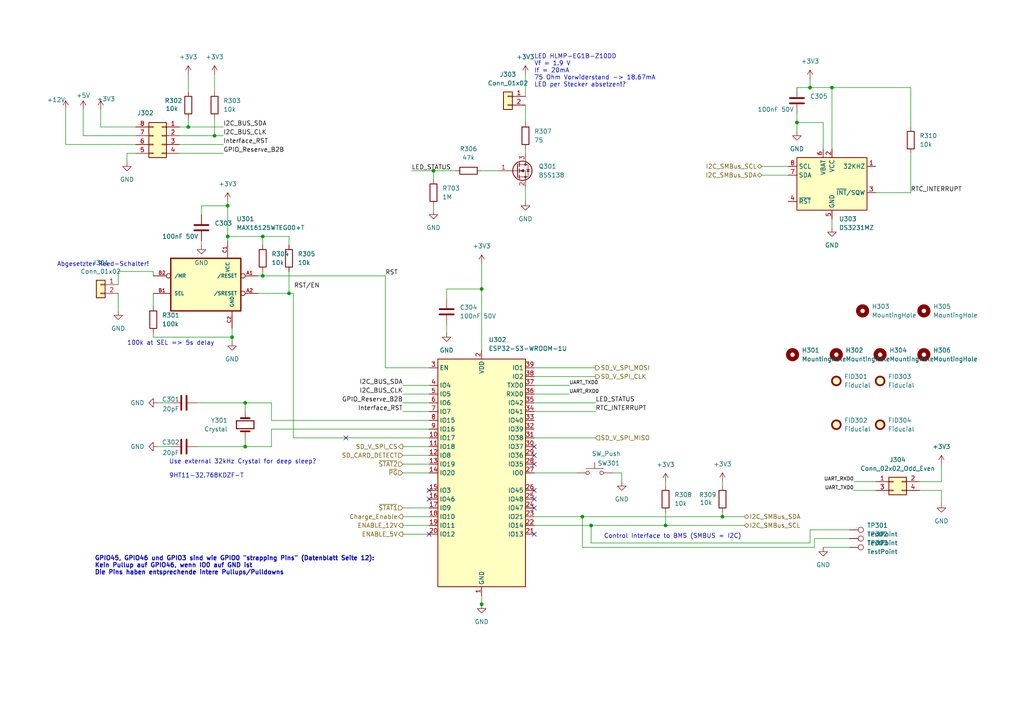
<source format=kicad_sch>
(kicad_sch (version 20250114) (generator "eeschema") (generator_version "9.0")
  (paper "A4")
  (title_block (date "2022-01-24"))
  (lib_symbols
    (symbol "Connector:TestPoint" (pin_numbers (hide yes)) (pin_names (offset 0.762) (hide yes))
      (property "Reference" "TP" (at 0 6.858 0))
      (property "Value" "TestPoint" (at 0 5.08 0))
      (symbol "TestPoint_0_1"
        (circle (center 0 3.302) (radius 0.762))
      )
      (symbol "TestPoint_1_1"
        (pin passive line (at 0 0 90) (length 2.54) (name "1") (number "1"))
      )
    )
    (symbol "Connector_Generic:Conn_01x02" (pin_names (offset 1.016) (hide yes))
      (property "Reference" "J" (at 0 2.54 0))
      (property "Value" "Conn_01x02" (at 0 -5.08 0))
      (symbol "Conn_01x02_1_1"
        (rectangle (start -1.27 1.27) (end 1.27 -3.81) (stroke (width 0.254)) (fill (type background)))
        (rectangle (start -1.27 0.127) (end 0 -0.127) (stroke (width 0.1524)))
        (rectangle (start -1.27 -2.413) (end 0 -2.667) (stroke (width 0.1524)))
        (pin passive line (at -5.08 0 0) (length 3.81) (name "Pin_1") (number "1"))
        (pin passive line (at -5.08 -2.54 0) (length 3.81) (name "Pin_2") (number "2"))
      )
    )
    (symbol "Connector_Generic:Conn_02x02_Odd_Even" (pin_names (offset 1.016) (hide yes))
      (property "Reference" "J" (at 1.27 2.54 0))
      (property "Value" "Conn_02x02_Odd_Even" (at 1.27 -5.08 0))
      (symbol "Conn_02x02_Odd_Even_1_1"
        (rectangle (start -1.27 1.27) (end 3.81 -3.81) (stroke (width 0.254)) (fill (type background)))
        (rectangle (start -1.27 0.127) (end 0 -0.127) (stroke (width 0.1524)))
        (rectangle (start -1.27 -2.413) (end 0 -2.667) (stroke (width 0.1524)))
        (rectangle (start 3.81 0.127) (end 2.54 -0.127) (stroke (width 0.1524)))
        (rectangle (start 3.81 -2.413) (end 2.54 -2.667) (stroke (width 0.1524)))
        (pin passive line (at -5.08 0 0) (length 3.81) (name "Pin_1") (number "1"))
        (pin passive line (at -5.08 -2.54 0) (length 3.81) (name "Pin_3") (number "3"))
        (pin passive line (at 7.62 0 180) (length 3.81) (name "Pin_2") (number "2"))
        (pin passive line (at 7.62 -2.54 180) (length 3.81) (name "Pin_4") (number "4"))
      )
    )
    (symbol "Connector_Generic:Conn_02x04_Counter_Clockwise" (pin_names (offset 1.016) (hide yes))
      (property "Reference" "J" (at 1.27 5.08 0))
      (property "Value" "Conn_02x04_Counter_Clockwise" (at 1.27 -7.62 0))
      (symbol "Conn_02x04_Counter_Clockwise_1_1"
        (rectangle (start -1.27 3.81) (end 3.81 -6.35) (stroke (width 0.254)) (fill (type background)))
        (rectangle (start -1.27 2.667) (end 0 2.413) (stroke (width 0.1524)))
        (rectangle (start -1.27 0.127) (end 0 -0.127) (stroke (width 0.1524)))
        (rectangle (start -1.27 -2.413) (end 0 -2.667) (stroke (width 0.1524)))
        (rectangle (start -1.27 -4.953) (end 0 -5.207) (stroke (width 0.1524)))
        (rectangle (start 3.81 2.667) (end 2.54 2.413) (stroke (width 0.1524)))
        (rectangle (start 3.81 0.127) (end 2.54 -0.127) (stroke (width 0.1524)))
        (rectangle (start 3.81 -2.413) (end 2.54 -2.667) (stroke (width 0.1524)))
        (rectangle (start 3.81 -4.953) (end 2.54 -5.207) (stroke (width 0.1524)))
        (pin passive line (at -5.08 2.54 0) (length 3.81) (name "Pin_1") (number "1"))
        (pin passive line (at -5.08 0 0) (length 3.81) (name "Pin_2") (number "2"))
        (pin passive line (at -5.08 -2.54 0) (length 3.81) (name "Pin_3") (number "3"))
        (pin passive line (at -5.08 -5.08 0) (length 3.81) (name "Pin_4") (number "4"))
        (pin passive line (at 7.62 2.54 180) (length 3.81) (name "Pin_8") (number "8"))
        (pin passive line (at 7.62 0 180) (length 3.81) (name "Pin_7") (number "7"))
        (pin passive line (at 7.62 -2.54 180) (length 3.81) (name "Pin_6") (number "6"))
        (pin passive line (at 7.62 -5.08 180) (length 3.81) (name "Pin_5") (number "5"))
      )
    )
    (symbol "Device:C" (pin_numbers (hide yes)) (pin_names (offset 0.254))
      (property "Reference" "C" (at 0.635 2.54 0))
      (property "Value" "C" (at 0.635 -2.54 0))
      (symbol "C_0_1"
        (polyline (pts (xy -2.032 0.762) (xy 2.032 0.762)) (stroke (width 0.508)))
        (polyline (pts (xy -2.032 -0.762) (xy 2.032 -0.762)) (stroke (width 0.508)))
      )
      (symbol "C_1_1"
        (pin passive line (at 0 3.81 270) (length 2.794) (name "~") (number "1"))
        (pin passive line (at 0 -3.81 90) (length 2.794) (name "~") (number "2"))
      )
    )
    (symbol "Device:Crystal" (pin_numbers (hide yes)) (pin_names (offset 1.016) (hide yes))
      (property "Reference" "Y" (at 0 3.81 0))
      (property "Value" "Crystal" (at 0 -3.81 0))
      (symbol "Crystal_0_1"
        (polyline (pts (xy -2.54 0) (xy -1.905 0)))
        (polyline (pts (xy -1.905 -1.27) (xy -1.905 1.27)) (stroke (width 0.508)))
        (rectangle (start -1.143 2.54) (end 1.143 -2.54) (stroke (width 0.3048)))
        (polyline (pts (xy 1.905 -1.27) (xy 1.905 1.27)) (stroke (width 0.508)))
        (polyline (pts (xy 2.54 0) (xy 1.905 0)))
      )
      (symbol "Crystal_1_1"
        (pin passive line (at -3.81 0 0) (length 1.27) (name "1") (number "1"))
        (pin passive line (at 3.81 0 180) (length 1.27) (name "2") (number "2"))
      )
    )
    (symbol "Device:R" (pin_numbers (hide yes)) (pin_names (offset 0))
      (property "Reference" "R" (at 2.032 0 90))
      (property "Value" "R" (at 0 0 90))
      (symbol "R_0_1"
        (rectangle (start -1.016 -2.54) (end 1.016 2.54) (stroke (width 0.254)))
      )
      (symbol "R_1_1"
        (pin passive line (at 0 3.81 270) (length 1.27) (name "~") (number "1"))
        (pin passive line (at 0 -3.81 90) (length 1.27) (name "~") (number "2"))
      )
    )
    (symbol "HER_Symbole:ESP32-S3-WROOM-1U"
      (property "Reference" "U" (at -12.7 34.29 0))
      (property "Value" "ESP32-S3-WROOM-1U" (at 1.27 34.29 0))
      (symbol "ESP32-S3-WROOM-1U_0_1"
        (rectangle (start -12.7 33.02) (end 12.7 -33.02) (stroke (width 0.254)) (fill (type background)))
      )
      (symbol "ESP32-S3-WROOM-1U_1_1"
        (pin input line (at -15.24 30.48 0) (length 2.54) (name "EN") (number "3"))
        (pin bidirectional line (at -15.24 25.4 0) (length 2.54) (name "IO4") (number "4"))
        (pin bidirectional line (at -15.24 22.86 0) (length 2.54) (name "IO5") (number "5"))
        (pin bidirectional line (at -15.24 20.32 0) (length 2.54) (name "IO6") (number "6"))
        (pin bidirectional line (at -15.24 17.78 0) (length 2.54) (name "IO7") (number "7"))
        (pin bidirectional line (at -15.24 15.24 0) (length 2.54) (name "IO15") (number "8"))
        (pin bidirectional line (at -15.24 12.7 0) (length 2.54) (name "IO16") (number "9"))
        (pin bidirectional line (at -15.24 10.16 0) (length 2.54) (name "IO17") (number "10"))
        (pin bidirectional line (at -15.24 7.62 0) (length 2.54) (name "IO18") (number "11"))
        (pin bidirectional line (at -15.24 5.08 0) (length 2.54) (name "IO8") (number "12"))
        (pin bidirectional line (at -15.24 2.54 0) (length 2.54) (name "IO19") (number "13"))
        (pin bidirectional line (at -15.24 0 0) (length 2.54) (name "IO20") (number "14"))
        (pin bidirectional line (at -15.24 -5.08 0) (length 2.54) (name "IO3") (number "15"))
        (pin bidirectional line (at -15.24 -7.62 0) (length 2.54) (name "IO46") (number "16"))
        (pin bidirectional line (at -15.24 -10.16 0) (length 2.54) (name "IO9") (number "17"))
        (pin bidirectional line (at -15.24 -12.7 0) (length 2.54) (name "IO10") (number "18"))
        (pin bidirectional line (at -15.24 -15.24 0) (length 2.54) (name "IO11") (number "19"))
        (pin bidirectional line (at -15.24 -17.78 0) (length 2.54) (name "IO12") (number "20"))
        (pin power_in line (at 0 35.56 270) (length 2.54) (name "VDD") (number "2"))
        (pin power_in line (at 0 -35.56 90) (length 2.54) (name "GND") (number "1"))
        (pin passive line (at 0 -35.56 90) (length 2.54) (hide yes) (name "GND") (number "40"))
        (pin passive line (at 0 -35.56 90) (length 2.54) (hide yes) (name "GND") (number "EPAD"))
        (pin bidirectional line (at 15.24 30.48 180) (length 2.54) (name "IO1") (number "39"))
        (pin bidirectional line (at 15.24 27.94 180) (length 2.54) (name "IO2") (number "38"))
        (pin bidirectional line (at 15.24 25.4 180) (length 2.54) (name "TXD0") (number "37"))
        (pin bidirectional line (at 15.24 22.86 180) (length 2.54) (name "RXD0") (number "36"))
        (pin bidirectional line (at 15.24 20.32 180) (length 2.54) (name "IO42") (number "35"))
        (pin bidirectional line (at 15.24 17.78 180) (length 2.54) (name "IO41") (number "34"))
        (pin bidirectional line (at 15.24 15.24 180) (length 2.54) (name "IO40") (number "33"))
        (pin bidirectional line (at 15.24 12.7 180) (length 2.54) (name "IO39") (number "32"))
        (pin bidirectional line (at 15.24 10.16 180) (length 2.54) (name "IO38") (number "31"))
        (pin bidirectional line (at 15.24 7.62 180) (length 2.54) (name "IO37") (number "30"))
        (pin bidirectional line (at 15.24 5.08 180) (length 2.54) (name "IO36") (number "29"))
        (pin bidirectional line (at 15.24 2.54 180) (length 2.54) (name "IO35") (number "28"))
        (pin bidirectional line (at 15.24 0 180) (length 2.54) (name "IO0") (number "27"))
        (pin bidirectional line (at 15.24 -5.08 180) (length 2.54) (name "IO45") (number "26"))
        (pin bidirectional line (at 15.24 -7.62 180) (length 2.54) (name "IO48") (number "25"))
        (pin bidirectional line (at 15.24 -10.16 180) (length 2.54) (name "IO47") (number "24"))
        (pin bidirectional line (at 15.24 -12.7 180) (length 2.54) (name "IO21") (number "23"))
        (pin bidirectional line (at 15.24 -15.24 180) (length 2.54) (name "IO14") (number "22"))
        (pin bidirectional line (at 15.24 -17.78 180) (length 2.54) (name "IO13") (number "21"))
      )
    )
    (symbol "MAX6071ANT25_T:MAX16124/5" (pin_names (offset 1.016))
      (property "Reference" "U?" (at 9.4997 17.78 0))
      (property "Value" "MAX16124/5" (at 9.4997 15.24 0))
      (symbol "MAX16124/5_0_0"
        (rectangle (start -10.16 -7.62) (end 10.16 7.62) (stroke (width 0.41)) (fill (type background)))
        (pin input inverted (at -15.24 2.54 0) (length 5.08) (name "/MR") (number "B2"))
        (pin input line (at -15.24 -2.54 0) (length 5.08) (name "SEL") (number "B1"))
        (pin power_in line (at 6.35 12.7 270) (length 5.08) (name "VCC") (number "C1"))
        (pin power_in line (at 7.62 -12.7 90) (length 5.08) (name "GND") (number "C2"))
        (pin output inverted (at 15.24 2.54 180) (length 5.08) (name "/RESET") (number "A1"))
        (pin output inverted (at 15.24 -2.54 180) (length 5.08) (name "/SRESET") (number "A2"))
      )
    )
    (symbol "Mechanical:Fiducial"
      (property "Reference" "FID" (at 0 5.08 0))
      (property "Value" "Fiducial" (at 0 3.175 0))
      (symbol "Fiducial_0_1"
        (circle (center 0 0) (radius 1.27) (stroke (width 0.508)) (fill (type background)))
      )
    )
    (symbol "Mechanical:MountingHole" (pin_names (offset 1.016))
      (property "Reference" "H" (at 0 5.08 0))
      (property "Value" "MountingHole" (at 0 3.175 0))
      (symbol "MountingHole_0_1"
        (circle (center 0 0) (radius 1.27) (stroke (width 1.27)))
      )
    )
    (symbol "Switch:SW_Push" (pin_numbers (hide yes)) (pin_names (offset 1.016) (hide yes))
      (property "Reference" "SW" (at 1.27 2.54 0))
      (property "Value" "SW_Push" (at 0 -1.524 0))
      (symbol "SW_Push_0_1"
        (circle (center -2.032 0) (radius 0.508))
        (polyline (pts (xy 0 1.27) (xy 0 3.048)))
        (circle (center 2.032 0) (radius 0.508))
        (polyline (pts (xy 2.54 1.27) (xy -2.54 1.27)))
        (pin passive line (at -5.08 0 0) (length 2.54) (name "1") (number "1"))
        (pin passive line (at 5.08 0 180) (length 2.54) (name "2") (number "2"))
      )
    )
    (symbol "Timer_RTC:DS3231MZ"
      (property "Reference" "U" (at -7.62 8.89 0))
      (property "Value" "DS3231MZ" (at 11.43 8.89 0))
      (symbol "DS3231MZ_0_1"
        (rectangle (start -10.16 7.62) (end 10.16 -7.62) (stroke (width 0.254)) (fill (type background)))
      )
      (symbol "DS3231MZ_1_1"
        (pin input line (at -12.7 5.08 0) (length 2.54) (name "SCL") (number "8"))
        (pin bidirectional line (at -12.7 2.54 0) (length 2.54) (name "SDA") (number "7"))
        (pin bidirectional line (at -12.7 -5.08 0) (length 2.54) (name "~{RST}") (number "4"))
        (pin power_in line (at -2.54 10.16 270) (length 2.54) (name "VBAT") (number "6"))
        (pin power_in line (at 0 10.16 270) (length 2.54) (name "VCC") (number "2"))
        (pin power_in line (at 0 -10.16 90) (length 2.54) (name "GND") (number "5"))
        (pin open_collector line (at 12.7 5.08 180) (length 2.54) (name "32KHZ") (number "1"))
        (pin open_collector line (at 12.7 -2.54 180) (length 2.54) (name "~{INT}/SQW") (number "3"))
      )
    )
    (symbol "Transistor_FET:BSS138" (pin_names (hide yes))
      (property "Reference" "Q" (at 5.08 1.905 0))
      (property "Value" "BSS138" (at 5.08 0 0))
      (symbol "BSS138_0_1"
        (polyline (pts (xy 0.254 1.905) (xy 0.254 -1.905)) (stroke (width 0.254)))
        (polyline (pts (xy 0.254 0) (xy -2.54 0)))
        (polyline (pts (xy 0.762 2.286) (xy 0.762 1.27)) (stroke (width 0.254)))
        (polyline (pts (xy 0.762 0.508) (xy 0.762 -0.508)) (stroke (width 0.254)))
        (polyline (pts (xy 0.762 -1.27) (xy 0.762 -2.286)) (stroke (width 0.254)))
        (polyline (pts (xy 0.762 -1.778) (xy 3.302 -1.778) (xy 3.302 1.778) (xy 0.762 1.778)))
        (polyline (pts (xy 1.016 0) (xy 2.032 0.381) (xy 2.032 -0.381) (xy 1.016 0)) (fill (type outline)))
        (circle (center 1.651 0) (radius 2.794) (stroke (width 0.254)))
        (polyline (pts (xy 2.54 2.54) (xy 2.54 1.778)))
        (circle (center 2.54 1.778) (radius 0.254) (fill (type outline)))
        (circle (center 2.54 -1.778) (radius 0.254) (fill (type outline)))
        (polyline (pts (xy 2.54 -2.54) (xy 2.54 0) (xy 0.762 0)))
        (polyline (pts (xy 2.794 0.508) (xy 2.921 0.381) (xy 3.683 0.381) (xy 3.81 0.254)))
        (polyline (pts (xy 3.302 0.381) (xy 2.921 -0.254) (xy 3.683 -0.254) (xy 3.302 0.381)))
      )
      (symbol "BSS138_1_1"
        (pin input line (at -5.08 0 0) (length 2.54) (name "G") (number "1"))
        (pin passive line (at 2.54 5.08 270) (length 2.54) (name "D") (number "3"))
        (pin passive line (at 2.54 -5.08 90) (length 2.54) (name "S") (number "2"))
      )
    )
    (symbol "power:+12V" (power) (pin_names (offset 0))
      (property "Value" "+12V" (at 0 3.556 0))
      (symbol "+12V_0_1"
        (polyline (pts (xy -0.762 1.27) (xy 0 2.54)))
        (polyline (pts (xy 0 2.54) (xy 0.762 1.27)))
        (polyline (pts (xy 0 0) (xy 0 2.54)))
      )
      (symbol "+12V_1_1"
        (pin power_in line (at 0 0 90) (length 0) (hide yes) (name "+12V") (number "1"))
      )
    )
    (symbol "power:+3.3V" (power) (pin_names (offset 0))
      (property "Value" "+3.3V" (at 0 3.556 0))
      (symbol "+3.3V_0_1"
        (polyline (pts (xy -0.762 1.27) (xy 0 2.54)))
        (polyline (pts (xy 0 2.54) (xy 0.762 1.27)))
        (polyline (pts (xy 0 0) (xy 0 2.54)))
      )
      (symbol "+3.3V_1_1"
        (pin power_in line (at 0 0 90) (length 0) (hide yes) (name "+3V3") (number "1"))
      )
    )
    (symbol "power:+5V" (power) (pin_names (offset 0))
      (property "Value" "+5V" (at 0 3.556 0))
      (symbol "+5V_0_1"
        (polyline (pts (xy -0.762 1.27) (xy 0 2.54)))
        (polyline (pts (xy 0 2.54) (xy 0.762 1.27)))
        (polyline (pts (xy 0 0) (xy 0 2.54)))
      )
      (symbol "+5V_1_1"
        (pin power_in line (at 0 0 90) (length 0) (hide yes) (name "+5V") (number "1"))
      )
    )
    (symbol "power:GND" (power) (pin_names (offset 0))
      (property "Value" "GND" (at 0 -3.81 0))
      (symbol "GND_0_1"
        (polyline (pts (xy 0 0) (xy 0 -1.27) (xy 1.27 -1.27) (xy 0 -2.54) (xy -1.27 -1.27) (xy 0 -1.27)))
      )
      (symbol "GND_1_1"
        (pin power_in line (at 0 0 270) (length 0) (hide yes) (name "GND") (number "1"))
      )
    )
  )
  (text "Use external 32kHz Crystal for deep sleep?\n\n9HT11-32.768KDZF-T " (at 49.022 138.811 0) (effects (font (size 1.27 1.27)) (justify left bottom)))
  (text "100k at SEL => 5s delay" (at 36.83 100.33 0) (effects (font (size 1.27 1.27)) (justify left bottom)))
  (text "Control Interface to BMS (SMBUS = I2C)" (at 175.133 156.337 0) (effects (font (size 1.27 1.27)) (justify left bottom)))
  (text "LED HLMP-EG1B-Z10DD\nVf = 1.9 V\nIf = 20mA\n75 Ohm Vorwiderstand -> 18.67mA\nLED per Stecker absetzen!?" (at 154.94 25.4 0) (effects (font (size 1.27 1.27)) (justify left bottom)))
  (text "GPIO45, GPIO46 und GPIO3 sind wie GPIO0 \"strapping Pins\" (Datenblatt Seite 12):\nKein Pullup auf GPIO46, wenn IO0 auf GND ist\nDie Pins haben entsprechende intere Pullups/Pulldowns \n" (at 27.432 166.878 0) (effects (font (size 1.27 1.27) (thickness 0.254) (bold yes)) (justify left bottom)))
  (text "Abgesetzter Reed-Schalter!" (at 16.51 77.47 0) (effects (font (size 1.27 1.27)) (justify left bottom)))
  (junction (at 71.12 129.54))
  (junction (at 234.95 25.4))
  (junction (at 139.7 83.82))
  (junction (at 231.14 35.56))
  (junction (at 67.31 97.79))
  (junction (at 193.04 152.4))
  (junction (at 76.2 80.01))
  (junction (at 76.2 68.58))
  (junction (at 168.91 149.86))
  (junction (at 62.23 39.37))
  (junction (at 139.7 175.26))
  (junction (at 83.82 85.09))
  (junction (at 71.12 116.84))
  (junction (at 171.45 152.4))
  (junction (at 54.61 36.83))
  (junction (at 66.04 68.58))
  (junction (at 209.55 149.86))
  (junction (at 125.73 49.53))
  (junction (at 66.04 59.69))
  (junction (at 241.3 25.4))
  (no_connect (at 124.46 154.94))
  (no_connect (at 100.33 127))
  (no_connect (at 154.94 134.62))
  (no_connect (at 154.94 132.08))
  (no_connect (at 154.94 129.54))
  (no_connect (at 154.94 154.94))
  (no_connect (at 154.94 147.32))
  (no_connect (at 154.94 144.78))
  (no_connect (at 154.94 142.24))
  (no_connect (at 124.46 142.24))
  (no_connect (at 124.46 144.78))
  (wire (pts (xy 71.12 116.84) (xy 57.15 116.84)))
  (wire (pts (xy 264.16 36.83) (xy 264.16 25.4)))
  (wire (pts (xy 129.54 94.234) (xy 129.54 96.52)))
  (wire (pts (xy 71.12 116.84) (xy 78.74 116.84)))
  (wire (pts (xy 62.23 34.29) (xy 62.23 39.37)))
  (wire (pts (xy 54.61 36.83) (xy 64.77 36.83)))
  (wire (pts (xy 154.94 119.38) (xy 172.72 119.38)))
  (wire (pts (xy 116.84 116.84) (xy 124.46 116.84)))
  (wire (pts (xy 39.37 44.45) (xy 36.83 44.45)))
  (wire (pts (xy 247.65 139.7) (xy 254 139.7)))
  (wire (pts (xy 231.14 35.56) (xy 231.14 38.1)))
  (wire (pts (xy 180.34 137.16) (xy 180.34 139.7)))
  (wire (pts (xy 193.04 148.59) (xy 193.04 152.4)))
  (wire (pts (xy 171.45 157.48) (xy 234.95 157.48)))
  (wire (pts (xy 238.76 35.56) (xy 231.14 35.56)))
  (wire (pts (xy 193.04 139.827) (xy 193.04 140.97)))
  (wire (pts (xy 83.82 78.74) (xy 83.82 85.09)))
  (wire (pts (xy 24.13 31.75) (xy 24.13 39.37)))
  (wire (pts (xy 67.31 97.79) (xy 67.31 99.06)))
  (wire (pts (xy 154.94 114.3) (xy 165.1 114.3)))
  (wire (pts (xy 209.55 139.7) (xy 209.55 140.97)))
  (wire (pts (xy 154.94 152.4) (xy 171.45 152.4)))
  (wire (pts (xy 154.94 111.76) (xy 165.1 111.76)))
  (wire (pts (xy 34.29 78.74) (xy 34.29 82.55)))
  (wire (pts (xy 220.98 50.8) (xy 228.6 50.8)))
  (wire (pts (xy 247.65 142.24) (xy 254 142.24)))
  (wire (pts (xy 234.95 153.67) (xy 246.38 153.67)))
  (wire (pts (xy 234.95 157.48) (xy 234.95 153.67)))
  (wire (pts (xy 52.07 41.91) (xy 64.77 41.91)))
  (wire (pts (xy 154.94 127) (xy 172.72 127)))
  (wire (pts (xy 76.2 80.01) (xy 74.93 80.01)))
  (wire (pts (xy 71.12 129.54) (xy 57.15 129.54)))
  (wire (pts (xy 129.54 83.82) (xy 129.54 86.614)))
  (wire (pts (xy 58.42 59.69) (xy 66.04 59.69)))
  (wire (pts (xy 125.73 49.53) (xy 132.08 49.53)))
  (wire (pts (xy 154.94 106.68) (xy 172.72 106.68)))
  (wire (pts (xy 71.12 127) (xy 71.12 129.54)))
  (wire (pts (xy 44.45 85.09) (xy 44.45 88.9)))
  (wire (pts (xy 209.55 149.86) (xy 215.9 149.86)))
  (wire (pts (xy 49.53 116.84) (xy 45.72 116.84)))
  (wire (pts (xy 154.94 109.22) (xy 172.72 109.22)))
  (wire (pts (xy 52.07 39.37) (xy 62.23 39.37)))
  (wire (pts (xy 238.76 158.75) (xy 246.38 158.75)))
  (wire (pts (xy 116.84 132.08) (xy 124.46 132.08)))
  (wire (pts (xy 66.04 58.42) (xy 66.04 59.69)))
  (wire (pts (xy 85.09 127) (xy 124.46 127)))
  (wire (pts (xy 168.91 149.86) (xy 209.55 149.86)))
  (wire (pts (xy 116.84 149.86) (xy 124.46 149.86)))
  (wire (pts (xy 116.84 154.94) (xy 124.46 154.94)))
  (wire (pts (xy 125.73 49.53) (xy 125.73 52.07)))
  (wire (pts (xy 129.54 83.82) (xy 139.7 83.82)))
  (wire (pts (xy 58.42 69.85) (xy 58.42 71.12)))
  (wire (pts (xy 266.7 142.24) (xy 273.05 142.24)))
  (wire (pts (xy 152.4 43.18) (xy 152.4 44.45)))
  (wire (pts (xy 76.2 68.58) (xy 83.82 68.58)))
  (wire (pts (xy 76.2 71.12) (xy 76.2 68.58)))
  (wire (pts (xy 171.45 152.4) (xy 171.45 157.48)))
  (wire (pts (xy 119.38 49.53) (xy 125.73 49.53)))
  (wire (pts (xy 238.76 43.18) (xy 238.76 35.56)))
  (wire (pts (xy 168.91 158.75) (xy 168.91 149.86)))
  (wire (pts (xy 52.07 44.45) (xy 64.77 44.45)))
  (wire (pts (xy 78.74 124.46) (xy 124.46 124.46)))
  (wire (pts (xy 83.82 71.12) (xy 83.82 68.58)))
  (wire (pts (xy 49.53 129.54) (xy 45.72 129.54)))
  (wire (pts (xy 266.7 139.7) (xy 273.05 139.7)))
  (wire (pts (xy 231.14 33.02) (xy 231.14 35.56)))
  (wire (pts (xy 83.82 85.09) (xy 85.09 85.09)))
  (wire (pts (xy 54.61 34.29) (xy 54.61 36.83)))
  (wire (pts (xy 171.45 152.4) (xy 193.04 152.4)))
  (wire (pts (xy 116.84 114.3) (xy 124.46 114.3)))
  (wire (pts (xy 116.84 111.76) (xy 124.46 111.76)))
  (wire (pts (xy 71.12 129.54) (xy 78.74 129.54)))
  (wire (pts (xy 125.73 59.69) (xy 125.73 60.96)))
  (wire (pts (xy 58.42 62.23) (xy 58.42 59.69)))
  (wire (pts (xy 116.84 137.16) (xy 124.46 137.16)))
  (wire (pts (xy 85.09 85.09) (xy 85.09 127)))
  (wire (pts (xy 139.7 76.454) (xy 139.7 83.82)))
  (wire (pts (xy 234.95 22.86) (xy 234.95 25.4)))
  (wire (pts (xy 152.4 21.59) (xy 152.4 27.94)))
  (wire (pts (xy 111.76 80.01) (xy 76.2 80.01)))
  (wire (pts (xy 19.05 41.91) (xy 39.37 41.91)))
  (wire (pts (xy 236.22 156.21) (xy 236.22 158.75)))
  (wire (pts (xy 62.23 21.59) (xy 62.23 26.67)))
  (wire (pts (xy 116.84 152.4) (xy 124.46 152.4)))
  (wire (pts (xy 66.04 68.58) (xy 76.2 68.58)))
  (wire (pts (xy 78.74 116.84) (xy 78.74 121.92)))
  (wire (pts (xy 116.84 134.62) (xy 124.46 134.62)))
  (wire (pts (xy 152.4 54.61) (xy 152.4 58.42)))
  (wire (pts (xy 34.29 85.09) (xy 34.29 90.17)))
  (wire (pts (xy 236.22 158.75) (xy 168.91 158.75)))
  (wire (pts (xy 139.7 49.53) (xy 144.78 49.53)))
  (wire (pts (xy 264.16 55.88) (xy 254 55.88)))
  (wire (pts (xy 116.84 129.54) (xy 124.46 129.54)))
  (wire (pts (xy 44.45 97.79) (xy 44.45 96.52)))
  (wire (pts (xy 241.3 63.5) (xy 241.3 66.04)))
  (wire (pts (xy 124.46 121.92) (xy 78.74 121.92)))
  (wire (pts (xy 52.07 36.83) (xy 54.61 36.83)))
  (wire (pts (xy 154.94 149.86) (xy 168.91 149.86)))
  (wire (pts (xy 29.21 36.83) (xy 39.37 36.83)))
  (wire (pts (xy 246.38 156.21) (xy 236.22 156.21)))
  (wire (pts (xy 154.94 137.16) (xy 167.386 137.16)))
  (wire (pts (xy 62.23 39.37) (xy 64.77 39.37)))
  (wire (pts (xy 231.14 25.4) (xy 234.95 25.4)))
  (wire (pts (xy 116.84 147.32) (xy 124.46 147.32)))
  (wire (pts (xy 154.94 116.84) (xy 172.72 116.84)))
  (wire (pts (xy 44.45 78.74) (xy 44.45 80.01)))
  (wire (pts (xy 152.4 30.48) (xy 152.4 35.56)))
  (wire (pts (xy 241.3 43.18) (xy 241.3 25.4)))
  (wire (pts (xy 74.93 85.09) (xy 83.82 85.09)))
  (wire (pts (xy 44.45 97.79) (xy 67.31 97.79)))
  (wire (pts (xy 54.61 21.59) (xy 54.61 26.67)))
  (wire (pts (xy 234.95 25.4) (xy 241.3 25.4)))
  (wire (pts (xy 209.55 148.59) (xy 209.55 149.86)))
  (wire (pts (xy 264.16 44.45) (xy 264.16 55.88)))
  (wire (pts (xy 139.7 172.72) (xy 139.7 175.26)))
  (wire (pts (xy 241.3 25.4) (xy 264.16 25.4)))
  (wire (pts (xy 139.7 83.82) (xy 139.7 101.6)))
  (wire (pts (xy 177.546 137.16) (xy 180.34 137.16)))
  (wire (pts (xy 19.05 31.75) (xy 19.05 41.91)))
  (wire (pts (xy 116.84 119.38) (xy 124.46 119.38)))
  (wire (pts (xy 78.74 129.54) (xy 78.74 124.46)))
  (wire (pts (xy 76.2 78.74) (xy 76.2 80.01)))
  (wire (pts (xy 34.29 78.74) (xy 44.45 78.74)))
  (wire (pts (xy 193.04 152.4) (xy 215.9 152.4)))
  (wire (pts (xy 139.7 175.26) (xy 139.7 175.387)))
  (wire (pts (xy 273.05 134.62) (xy 273.05 139.7)))
  (wire (pts (xy 273.05 142.24) (xy 273.05 146.05)))
  (wire (pts (xy 67.31 95.25) (xy 67.31 97.79)))
  (wire (pts (xy 71.12 116.84) (xy 71.12 119.38)))
  (wire (pts (xy 111.76 106.68) (xy 124.46 106.68)))
  (wire (pts (xy 220.98 48.26) (xy 228.6 48.26)))
  (wire (pts (xy 29.21 31.75) (xy 29.21 36.83)))
  (wire (pts (xy 36.83 44.45) (xy 36.83 46.99)))
  (wire (pts (xy 66.04 59.69) (xy 66.04 68.58)))
  (wire (pts (xy 24.13 39.37) (xy 39.37 39.37)))
  (wire (pts (xy 111.76 106.68) (xy 111.76 80.01)))
  (wire (pts (xy 66.04 68.58) (xy 66.04 69.85)))
  (label "GPIO_Reserve_B2B" (at 116.84 116.84 180))
  (label "I2C_BUS_SDA" (at 116.84 111.76 180))
  (label "UART_TXD0" (at 247.65 142.24 180) (effects (font (size 1.016 1.016))))
  (label "Interface_RST" (at 116.84 119.38 180))
  (label "RST" (at 111.76 80.01 0))
  (label "RST{slash}EN" (at 92.71 83.82 180))
  (label "I2C_BUS_CLK" (at 64.77 39.37 0))
  (label "UART_RXD0" (at 247.65 139.7 180) (effects (font (size 1.016 1.016))))
  (label "LED_STATUS" (at 172.72 116.84 0))
  (label "RTC_INTERRUPT" (at 172.72 119.38 0))
  (label "I2C_BUS_SDA" (at 64.77 36.83 0))
  (label "UART_RXD0" (at 165.1 114.3 0) (effects (font (size 1.016 1.016))))
  (label "LED_STATUS" (at 119.38 49.53 0))
  (label "UART_TXD0" (at 165.1 111.76 0) (effects (font (size 1.016 1.016))))
  (label "Interface_RST" (at 64.77 41.91 0))
  (label "GPIO_Reserve_B2B" (at 64.77 44.45 0))
  (label "RTC_INTERRUPT" (at 264.16 55.88 0))
  (label "I2C_BUS_CLK" (at 116.84 114.3 180))
  (hierarchical_label "I2C_SMBus_SDA" (shape bidirectional) (at 220.98 50.8 180))
  (hierarchical_label "I2C_SMBus_SCL" (shape bidirectional) (at 215.9 152.4 0))
  (hierarchical_label "ENABLE_12V" (shape output) (at 116.84 152.4 180))
  (hierarchical_label "Charge_Enable" (shape output) (at 116.84 149.86 180))
  (hierarchical_label "~{STAT1}" (shape input) (at 116.84 147.32 180))
  (hierarchical_label "ENABLE_5V" (shape output) (at 116.84 154.94 180))
  (hierarchical_label "SD_V_SPI_MISO" (shape input) (at 172.72 127 0))
  (hierarchical_label "~{PG}" (shape input) (at 116.84 137.16 180))
  (hierarchical_label "SD_V_SPI_CS" (shape output) (at 116.84 129.54 180))
  (hierarchical_label "~{STAT2}" (shape input) (at 116.84 134.62 180))
  (hierarchical_label "SD_CARD_DETECT" (shape input) (at 116.84 132.08 180))
  (hierarchical_label "I2C_SMBus_SDA" (shape bidirectional) (at 215.9 149.86 0))
  (hierarchical_label "I2C_SMBus_SCL" (shape bidirectional) (at 220.98 48.26 180))
  (hierarchical_label "SD_V_SPI_MOSI" (shape output) (at 172.72 106.68 0))
  (hierarchical_label "SD_V_SPI_CLK" (shape output) (at 172.72 109.22 0))
  (symbol (lib_id "Switch:SW_Push") (at 172.466 137.16 0) (unit 1)
    (property "Reference" "SW301" (at 179.832 134.366 0) (effects (justify right)))
    (property "Value" "SW_Push" (at 180.086 131.572 0) (effects (justify right)))
    (property "Footprint" "Button_Switch_SMD:SW_SPST_B3U-1000P" (effects (hide yes)))
  )
  (symbol (lib_id "Connector:TestPoint") (at 246.38 156.21 270) (unit 1)
    (property "Reference" "TP302" (at 251.46 154.9399 90) (effects (justify left)))
    (property "Value" "TestPoint" (at 251.46 157.4799 90) (effects (justify left)))
    (property "Footprint" "TestPoint:TestPoint_Pad_D1.0mm" (effects (hide yes)))
  )
  (symbol (lib_id "Device:R") (at 193.04 144.78 0) (unit 1)
    (property "Reference" "R308" (at 195.58 143.5099 0) (effects (justify left)))
    (property "Value" "10k" (at 195.58 146.0499 0) (effects (justify left)))
    (property "Footprint" "Resistor_SMD:R_0603_1608Metric" (effects (hide yes)))
  )
  (symbol (lib_id "Device:R") (at 83.82 74.93 0) (unit 1)
    (property "Reference" "R305" (at 86.36 73.6599 0) (effects (justify left)))
    (property "Value" "10k" (at 86.36 76.1999 0) (effects (justify left)))
    (property "Footprint" "Resistor_SMD:R_0603_1608Metric" (effects (hide yes)))
  )
  (symbol (lib_id "Device:R") (at 264.16 40.64 0) (unit 1)
    (property "Reference" "R310" (at 266.7 39.3699 0) (effects (justify left)))
    (property "Value" "10k" (at 266.7 41.9099 0) (effects (justify left)))
    (property "Footprint" "Resistor_SMD:R_0603_1608Metric" (effects (hide yes)))
  )
  (symbol (lib_id "Connector_Generic:Conn_01x02") (at 29.21 82.55 0) (mirror y) (unit 1)
    (property "Reference" "J301" (at 29.21 76.2 0))
    (property "Value" "Conn_01x02" (at 29.21 78.74 0))
    (property "Footprint" "Connector_Molex:Molex_PicoBlade_53047-0210_1x02_P1.25mm_Vertical" (effects (hide yes)))
  )
  (symbol (lib_id "Device:R") (at 125.73 55.88 0) (unit 1)
    (property "Reference" "R703" (at 128.27 54.6099 0) (effects (justify left)))
    (property "Value" "1M" (at 128.27 57.1499 0) (effects (justify left)))
    (property "Footprint" "Resistor_SMD:R_0603_1608Metric" (effects (hide yes)))
  )
  (symbol (lib_id "power:GND") (at 180.34 139.7 0) (unit 1)
    (property "Reference" "#PWR0318" (effects (hide yes)))
    (property "Value" "GND" (at 180.34 144.78 0))
  )
  (symbol (lib_id "Device:C") (at 53.34 129.54 270) (mirror x) (unit 1)
    (property "Reference" "C302" (at 49.53 128.27 90))
    (property "Value" "20pF" (at 49.53 131.318 90))
    (property "Footprint" "Capacitor_SMD:C_0603_1608Metric" (effects (hide yes)))
  )
  (symbol (lib_id "Mechanical:MountingHole") (at 255.27 102.87 0) (unit 1)
    (property "Reference" "H304" (at 257.937 101.5999 0) (effects (justify left)))
    (property "Value" "MountingHole" (at 257.937 104.1399 0) (effects (justify left)))
    (property "Footprint" "MountingHole:MountingHole_3.2mm_M3_ISO7380" (effects (hide yes)))
  )
  (symbol (lib_id "power:GND") (at 273.05 146.05 0) (unit 1)
    (property "Reference" "#PWR0326" (effects (hide yes)))
    (property "Value" "GND" (at 273.05 151.13 0))
  )
  (symbol (lib_id "power:+12V") (at 19.05 31.75 0) (unit 1)
    (property "Reference" "#PWR0301" (effects (hide yes)))
    (property "Value" "+12V" (at 16.256 28.956 0))
  )
  (symbol (lib_id "power:GND") (at 36.83 46.99 0) (unit 1)
    (property "Reference" "#PWR0305" (effects (hide yes)))
    (property "Value" "GND" (at 36.83 52.07 0))
  )
  (symbol (lib_id "Device:R") (at 152.4 39.37 0) (unit 1)
    (property "Reference" "R307" (at 154.94 38.0999 0) (effects (justify left)))
    (property "Value" "75" (at 154.94 40.6399 0) (effects (justify left)))
    (property "Footprint" "Resistor_SMD:R_0603_1608Metric" (effects (hide yes)))
  )
  (symbol (lib_id "Device:C") (at 129.54 90.424 0) (unit 1)
    (property "Reference" "C304" (at 133.35 89.1539 0) (effects (justify left)))
    (property "Value" "100nF 50V" (at 133.35 91.6939 0) (effects (justify left)))
    (property "Footprint" "Capacitor_SMD:C_0603_1608Metric" (effects (hide yes)))
  )
  (symbol (lib_id "Device:R") (at 62.23 30.48 0) (unit 1)
    (property "Reference" "R303" (at 64.77 29.2099 0) (effects (justify left)))
    (property "Value" "10k" (at 64.77 31.7499 0) (effects (justify left)))
    (property "Footprint" "Resistor_SMD:R_0603_1608Metric" (effects (hide yes)))
  )
  (symbol (lib_id "Mechanical:MountingHole") (at 267.97 102.87 0) (unit 1)
    (property "Reference" "H306" (at 270.637 101.5999 0) (effects (justify left)))
    (property "Value" "MountingHole" (at 270.637 104.1399 0) (effects (justify left)))
    (property "Footprint" "MountingHole:MountingHole_3.2mm_M3_ISO7380" (effects (hide yes)))
  )
  (symbol (lib_id "power:+3.3V") (at 66.04 58.42 0) (unit 1)
    (property "Reference" "#PWR0311" (effects (hide yes)))
    (property "Value" "+3V3" (at 66.04 53.34 0))
  )
  (symbol (lib_id "HER_Symbole:ESP32-S3-WROOM-1U") (at 139.7 137.16 0) (unit 1)
    (property "Reference" "U302" (at 141.7194 98.552 0) (effects (justify left)))
    (property "Value" "ESP32-S3-WROOM-1U" (at 141.7194 101.092 0) (effects (justify left)))
    (property "Footprint" "HER_Footprints:ESP32-S3-WROOM-1U" (effects (hide yes)))
    (property "Datasheet" "https://www.espressif.com/sites/default/files/documentation/esp32-wroom-32d_esp32-wroom-32u_datasheet_en.pdf" (effects (hide yes)))
  )
  (symbol (lib_id "power:GND") (at 129.54 96.52 0) (unit 1)
    (property "Reference" "#PWR0313" (effects (hide yes)))
    (property "Value" "GND" (at 129.54 101.6 0))
  )
  (symbol (lib_id "Connector:TestPoint") (at 246.38 158.75 270) (unit 1)
    (property "Reference" "TP303" (at 251.46 157.4799 90) (effects (justify left)))
    (property "Value" "TestPoint" (at 251.46 160.0199 90) (effects (justify left)))
    (property "Footprint" "TestPoint:TestPoint_Pad_D1.0mm" (effects (hide yes)))
  )
  (symbol (lib_id "Mechanical:MountingHole") (at 229.87 102.87 0) (unit 1)
    (property "Reference" "H301" (at 232.537 101.5999 0) (effects (justify left)))
    (property "Value" "MountingHole" (at 232.537 104.1399 0) (effects (justify left)))
    (property "Footprint" "MountingHole:MountingHole_3.2mm_M3_ISO7380" (effects (hide yes)))
  )
  (symbol (lib_id "Device:R") (at 209.55 144.78 0) (unit 1)
    (property "Reference" "R309" (at 202.692 143.51 0) (effects (justify left)))
    (property "Value" "10k" (at 202.946 145.796 0) (effects (justify left)))
    (property "Footprint" "Resistor_SMD:R_0603_1608Metric" (effects (hide yes)))
  )
  (symbol (lib_id "Device:R") (at 135.89 49.53 90) (unit 1)
    (property "Reference" "R306" (at 135.89 43.18 90))
    (property "Value" "47k" (at 135.89 45.72 90))
    (property "Footprint" "Resistor_SMD:R_0603_1608Metric" (effects (hide yes)))
  )
  (symbol (lib_id "power:+3.3V") (at 54.61 21.59 0) (unit 1)
    (property "Reference" "#PWR0308" (effects (hide yes)))
    (property "Value" "+3V3" (at 54.61 16.51 0))
  )
  (symbol (lib_id "power:+3.3V") (at 29.21 31.75 0) (unit 1)
    (property "Reference" "#PWR0303" (effects (hide yes)))
    (property "Value" "+3V3" (at 30.734 28.702 0))
  )
  (symbol (lib_id "power:+3.3V") (at 152.4 21.59 0) (unit 1)
    (property "Reference" "#PWR0316" (effects (hide yes)))
    (property "Value" "+3V3" (at 152.4 16.51 0))
  )
  (symbol (lib_id "Device:R") (at 44.45 92.71 0) (unit 1)
    (property "Reference" "R301" (at 46.99 91.4399 0) (effects (justify left)))
    (property "Value" "100k" (at 46.99 93.9799 0) (effects (justify left)))
    (property "Footprint" "Resistor_SMD:R_0603_1608Metric" (effects (hide yes)))
  )
  (symbol (lib_id "power:GND") (at 125.73 60.96 0) (unit 1)
    (property "Reference" "#PWR02" (effects (hide yes)))
    (property "Value" "GND" (at 125.73 66.04 0))
  )
  (symbol (lib_id "Device:R") (at 76.2 74.93 0) (unit 1)
    (property "Reference" "R304" (at 78.74 73.6599 0) (effects (justify left)))
    (property "Value" "10k" (at 78.74 76.1999 0) (effects (justify left)))
    (property "Footprint" "Resistor_SMD:R_0603_1608Metric" (effects (hide yes)))
  )
  (symbol (lib_id "Device:R") (at 54.61 30.48 0) (unit 1)
    (property "Reference" "R302" (at 47.752 29.21 0) (effects (justify left)))
    (property "Value" "10k" (at 48.006 31.496 0) (effects (justify left)))
    (property "Footprint" "Resistor_SMD:R_0603_1608Metric" (effects (hide yes)))
  )
  (symbol (lib_id "Mechanical:MountingHole") (at 267.97 90.17 0) (unit 1)
    (property "Reference" "H305" (at 270.637 88.8999 0) (effects (justify left)))
    (property "Value" "MountingHole" (at 270.637 91.4399 0) (effects (justify left)))
    (property "Footprint" "MountingHole:MountingHole_3.2mm_M3_ISO7380" (effects (hide yes)))
  )
  (symbol (lib_id "power:GND") (at 45.72 116.84 270) (mirror x) (unit 1)
    (property "Reference" "#PWR0306" (effects (hide yes)))
    (property "Value" "GND" (at 41.91 116.8399 90) (effects (justify right)))
  )
  (symbol (lib_id "Connector_Generic:Conn_02x02_Odd_Even") (at 259.08 139.7 0) (unit 1)
    (property "Reference" "J304" (at 260.35 133.35 0))
    (property "Value" "Conn_02x02_Odd_Even" (at 260.35 135.89 0))
    (property "Footprint" "Connector_PinHeader_2.54mm:PinHeader_2x02_P2.54mm_Vertical" (effects (hide yes)))
  )
  (symbol (lib_id "power:GND") (at 67.31 99.06 0) (unit 1)
    (property "Reference" "#PWR0312" (effects (hide yes)))
    (property "Value" "GND" (at 67.31 104.14 0))
  )
  (symbol (lib_id "power:GND") (at 58.42 71.12 0) (unit 1)
    (property "Reference" "#PWR0309" (effects (hide yes)))
    (property "Value" "GND" (at 58.42 76.2 0))
  )
  (symbol (lib_id "power:+3.3V") (at 62.23 21.59 0) (unit 1)
    (property "Reference" "#PWR0310" (effects (hide yes)))
    (property "Value" "+3V3" (at 62.23 16.51 0))
  )
  (symbol (lib_id "power:+5V") (at 24.13 31.75 0) (unit 1)
    (property "Reference" "#PWR0302" (effects (hide yes)))
    (property "Value" "+5V" (at 24.13 27.686 0))
  )
  (symbol (lib_id "power:+3.3V") (at 139.7 76.454 0) (unit 1)
    (property "Reference" "#PWR0314" (effects (hide yes)))
    (property "Value" "+3V3" (at 139.7 71.374 0))
  )
  (symbol (lib_id "power:GND") (at 34.29 90.17 0) (unit 1)
    (property "Reference" "#PWR0304" (effects (hide yes)))
    (property "Value" "GND" (at 34.29 95.25 0))
  )
  (symbol (lib_id "Timer_RTC:DS3231MZ") (at 241.3 53.34 0) (unit 1)
    (property "Reference" "U303" (at 243.3194 63.5 0) (effects (justify left)))
    (property "Value" "DS3231MZ" (at 243.3194 66.04 0) (effects (justify left)))
    (property "Footprint" "Package_SO:SOIC-8_3.9x4.9mm_P1.27mm" (effects (hide yes)))
    (property "Datasheet" "http://datasheets.maximintegrated.com/en/ds/DS3231M.pdf" (effects (hide yes)))
  )
  (symbol (lib_id "Connector_Generic:Conn_01x02") (at 147.32 27.94 0) (mirror y) (unit 1)
    (property "Reference" "J303" (at 147.32 21.59 0))
    (property "Value" "Conn_01x02" (at 147.32 24.13 0))
    (property "Footprint" "Connector_Molex:Molex_PicoBlade_53047-0210_1x02_P1.25mm_Vertical" (effects (hide yes)))
  )
  (symbol (lib_id "Mechanical:MountingHole") (at 242.57 102.87 0) (unit 1)
    (property "Reference" "H302" (at 245.237 101.5999 0) (effects (justify left)))
    (property "Value" "MountingHole" (at 245.237 104.1399 0) (effects (justify left)))
    (property "Footprint" "MountingHole:MountingHole_3.2mm_M3_ISO7380" (effects (hide yes)))
  )
  (symbol (lib_id "power:+3.3V") (at 234.95 22.86 0) (unit 1)
    (property "Reference" "#PWR0322" (effects (hide yes)))
    (property "Value" "+3V3" (at 234.95 17.78 0))
  )
  (symbol (lib_id "power:+3.3V") (at 193.04 139.827 0) (unit 1)
    (property "Reference" "#PWR0319" (effects (hide yes)))
    (property "Value" "+3V3" (at 193.04 134.747 0))
  )
  (symbol (lib_id "Mechanical:Fiducial") (at 242.57 123.19 0) (unit 1)
    (property "Reference" "FID302" (at 244.856 121.9199 0) (effects (justify left)))
    (property "Value" "Fiducial" (at 244.856 124.4599 0) (effects (justify left)))
    (property "Footprint" "Sonstiges:Passmarke" (effects (hide yes)))
  )
  (symbol (lib_id "Device:C") (at 231.14 29.21 0) (unit 1)
    (property "Reference" "C305" (at 234.95 27.9399 0) (effects (justify left)))
    (property "Value" "100nF 50V" (at 219.71 31.75 0) (effects (justify left)))
    (property "Footprint" "Capacitor_SMD:C_0603_1608Metric" (effects (hide yes)))
  )
  (symbol (lib_id "power:+3.3V") (at 273.05 134.62 0) (unit 1)
    (property "Reference" "#PWR0325" (effects (hide yes)))
    (property "Value" "+3V3" (at 273.05 129.54 0))
  )
  (symbol (lib_id "Device:C") (at 53.34 116.84 270) (mirror x) (unit 1)
    (property "Reference" "C301" (at 49.53 115.824 90))
    (property "Value" "20pF" (at 49.53 118.618 90))
    (property "Footprint" "Capacitor_SMD:C_0603_1608Metric" (effects (hide yes)))
  )
  (symbol (lib_id "MAX6071ANT25_T:MAX16124/5") (at 59.69 82.55 0) (unit 1)
    (property "Reference" "U301" (at 68.58 63.5 0) (effects (justify left)))
    (property "Value" "MAX16125WTEG00+T" (at 68.58 66.04 0) (effects (justify left)))
    (property "Footprint" "MAX6071ANT25_T:WLP-6" (effects (hide yes)))
    (property "Description" "\nSeries Voltage Reference IC Fixed 2.5V V ±0.1% 10 mA 6-WLP (1.42x0.78)\n" (effects (hide yes)))
    (property "MF" "Maxim Integrated Products" (effects (hide yes)))
    (property "DESCRIPTION" "Series Voltage Reference IC ±0.1% 6-WLP _1.42x0.78_" (effects (hide yes)))
    (property "PACKAGE" "WLP-6 Maxim" (effects (hide yes)))
    (property "PRICE" "None" (effects (hide yes)))
    (property "Package" "None" (effects (hide yes)))
    (property "Check_prices" "https://www.snapeda.com/parts/MAX6071ANT25+T/Analog+Devices/view-part/?ref=eda" (effects (hide yes)))
    (property "Price" "None" (effects (hide yes)))
    (property "SnapEDA_Link" "https://www.snapeda.com/parts/MAX6071ANT25+T/Analog+Devices/view-part/?ref=snap" (effects (hide yes)))
    (property "MP" "MAX6071ANT25+T" (effects (hide yes)))
    (property "Availability" "In Stock" (effects (hide yes)))
    (property "AVAILABILITY" "Unavailable" (effects (hide yes)))
  )
  (symbol (lib_id "power:GND") (at 139.7 175.26 0) (unit 1)
    (property "Reference" "#PWR0315" (effects (hide yes)))
    (property "Value" "GND" (at 139.7 180.34 0))
  )
  (symbol (lib_id "Transistor_FET:BSS138") (at 149.86 49.53 0) (unit 1)
    (property "Reference" "Q301" (at 156.21 48.2599 0) (effects (justify left)))
    (property "Value" "BSS138" (at 156.21 50.7999 0) (effects (justify left)))
    (property "Footprint" "Package_TO_SOT_SMD:SOT-23" (effects (hide yes)))
    (property "Datasheet" "https://www.onsemi.com/pub/Collateral/BSS138-D.PDF" (effects (hide yes)))
  )
  (symbol (lib_id "Mechanical:Fiducial") (at 242.57 110.49 0) (unit 1)
    (property "Reference" "FID301" (at 244.856 109.2199 0) (effects (justify left)))
    (property "Value" "Fiducial" (at 244.856 111.7599 0) (effects (justify left)))
    (property "Footprint" "Sonstiges:Passmarke" (effects (hide yes)))
  )
  (symbol (lib_id "power:GND") (at 45.72 129.54 270) (mirror x) (unit 1)
    (property "Reference" "#PWR0307" (effects (hide yes)))
    (property "Value" "GND" (at 41.91 129.5399 90) (effects (justify right)))
  )
  (symbol (lib_id "Mechanical:Fiducial") (at 255.27 123.19 0) (unit 1)
    (property "Reference" "FID304" (at 257.556 121.9199 0) (effects (justify left)))
    (property "Value" "Fiducial" (at 257.556 124.4599 0) (effects (justify left)))
    (property "Footprint" "Sonstiges:Passmarke" (effects (hide yes)))
  )
  (symbol (lib_id "power:GND") (at 238.76 158.75 0) (unit 1)
    (property "Reference" "#PWR0323" (effects (hide yes)))
    (property "Value" "GND" (at 238.76 163.83 0))
  )
  (symbol (lib_id "power:GND") (at 231.14 38.1 0) (unit 1)
    (property "Reference" "#PWR0321" (effects (hide yes)))
    (property "Value" "GND" (at 231.14 43.18 0))
  )
  (symbol (lib_id "Device:C") (at 58.42 66.04 0) (unit 1)
    (property "Reference" "C303" (at 62.23 64.7699 0) (effects (justify left)))
    (property "Value" "100nF 50V" (at 46.99 68.58 0) (effects (justify left)))
    (property "Footprint" "Capacitor_SMD:C_0603_1608Metric" (effects (hide yes)))
  )
  (symbol (lib_id "Connector_Generic:Conn_02x04_Counter_Clockwise") (at 46.99 39.37 0) (mirror y) (unit 1)
    (property "Reference" "J302" (at 42.164 32.766 0))
    (property "Value" "Conn_02x04_Counter_Clockwise" (effects (hide yes)))
    (property "Footprint" "Connector_PinHeader_2.54mm:PinHeader_2x04_P2.54mm_Horizontal" (effects (hide yes)))
  )
  (symbol (lib_id "Device:Crystal") (at 71.12 123.19 270) (mirror x) (unit 1)
    (property "Reference" "Y301" (at 66.04 121.92 90) (effects (justify right)))
    (property "Value" "Crystal" (at 66.04 124.46 90) (effects (justify right)))
    (property "Footprint" "Crystal:Crystal_SMD_TXC_9HT11-2Pin_2.0x1.2mm" (effects (hide yes)))
  )
  (symbol (lib_id "Mechanical:Fiducial") (at 255.27 110.49 0) (unit 1)
    (property "Reference" "FID303" (at 257.556 109.2199 0) (effects (justify left)))
    (property "Value" "Fiducial" (at 257.556 111.7599 0) (effects (justify left)))
    (property "Footprint" "Sonstiges:Passmarke" (effects (hide yes)))
  )
  (symbol (lib_id "power:GND") (at 241.3 66.04 0) (unit 1)
    (property "Reference" "#PWR0324" (effects (hide yes)))
    (property "Value" "GND" (at 241.3 71.12 0))
  )
  (symbol (lib_id "power:GND") (at 152.4 58.42 0) (unit 1)
    (property "Reference" "#PWR0317" (effects (hide yes)))
    (property "Value" "GND" (at 152.4 63.5 0))
  )
  (symbol (lib_id "Mechanical:MountingHole") (at 250.19 90.17 0) (unit 1)
    (property "Reference" "H303" (at 252.857 88.8999 0) (effects (justify left)))
    (property "Value" "MountingHole" (at 252.857 91.4399 0) (effects (justify left)))
    (property "Footprint" "MountingHole:MountingHole_3.2mm_M3_ISO7380" (effects (hide yes)))
  )
  (symbol (lib_id "power:+3.3V") (at 209.55 139.7 0) (unit 1)
    (property "Reference" "#PWR0320" (effects (hide yes)))
    (property "Value" "+3V3" (at 209.55 134.62 0))
  )
  (symbol (lib_id "Connector:TestPoint") (at 246.38 153.67 270) (unit 1)
    (property "Reference" "TP301" (at 251.46 152.3999 90) (effects (justify left)))
    (property "Value" "TestPoint" (at 251.46 154.9399 90) (effects (justify left)))
    (property "Footprint" "TestPoint:TestPoint_Pad_D1.0mm" (effects (hide yes)))
  )
)
</source>
